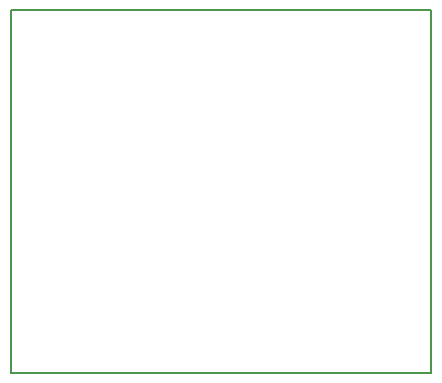
<source format=gbr>
G04 #@! TF.GenerationSoftware,KiCad,Pcbnew,no-vcs-found-be10de8~57~ubuntu16.10.1*
G04 #@! TF.CreationDate,2017-03-16T12:00:26+01:00*
G04 #@! TF.ProjectId,reborn-plutonium-monitor,7265626F726E2D706C75746F6E69756D,rev?*
G04 #@! TF.FileFunction,Profile,NP*
%FSLAX46Y46*%
G04 Gerber Fmt 4.6, Leading zero omitted, Abs format (unit mm)*
G04 Created by KiCad (PCBNEW no-vcs-found-be10de8~57~ubuntu16.10.1) date Thu Mar 16 12:00:26 2017*
%MOMM*%
%LPD*%
G01*
G04 APERTURE LIST*
%ADD10C,0.100000*%
%ADD11C,0.150000*%
G04 APERTURE END LIST*
D10*
D11*
X222000000Y-29000000D02*
X222000000Y-59750000D01*
X186500000Y-29000000D02*
X222000000Y-29000000D01*
X186500000Y-59750000D02*
X186500000Y-29000000D01*
X222000000Y-59750000D02*
X186500000Y-59750000D01*
M02*

</source>
